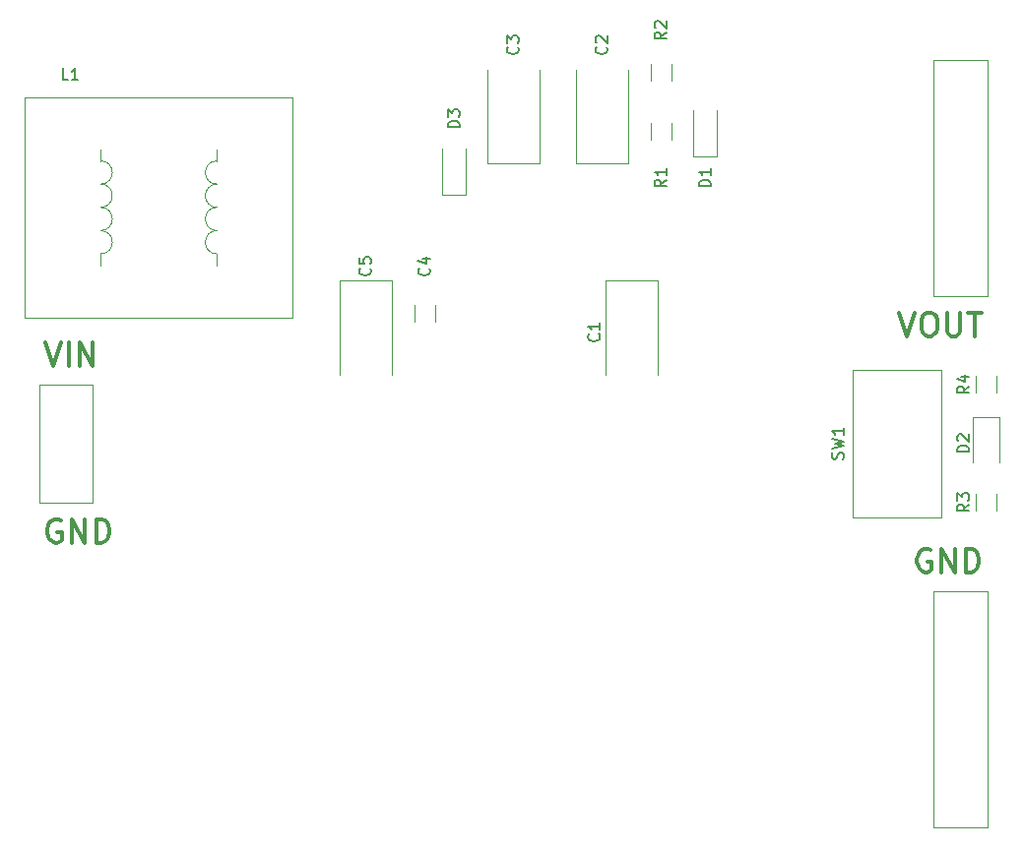
<source format=gbr>
%TF.GenerationSoftware,KiCad,Pcbnew,7.0.6*%
%TF.CreationDate,2023-07-25T16:44:31+08:00*%
%TF.ProjectId,LM350A_Liner_Power_KiCad,4c4d3335-3041-45f4-9c69-6e65725f506f,rev?*%
%TF.SameCoordinates,Original*%
%TF.FileFunction,Legend,Top*%
%TF.FilePolarity,Positive*%
%FSLAX46Y46*%
G04 Gerber Fmt 4.6, Leading zero omitted, Abs format (unit mm)*
G04 Created by KiCad (PCBNEW 7.0.6) date 2023-07-25 16:44:31*
%MOMM*%
%LPD*%
G01*
G04 APERTURE LIST*
%ADD10C,0.300000*%
%ADD11C,0.150000*%
%ADD12C,0.120000*%
G04 APERTURE END LIST*
D10*
X185604536Y-90349638D02*
X186271202Y-92349638D01*
X186271202Y-92349638D02*
X186937869Y-90349638D01*
X187985488Y-90349638D02*
X188366441Y-90349638D01*
X188366441Y-90349638D02*
X188556917Y-90444876D01*
X188556917Y-90444876D02*
X188747393Y-90635352D01*
X188747393Y-90635352D02*
X188842631Y-91016304D01*
X188842631Y-91016304D02*
X188842631Y-91682971D01*
X188842631Y-91682971D02*
X188747393Y-92063923D01*
X188747393Y-92063923D02*
X188556917Y-92254400D01*
X188556917Y-92254400D02*
X188366441Y-92349638D01*
X188366441Y-92349638D02*
X187985488Y-92349638D01*
X187985488Y-92349638D02*
X187795012Y-92254400D01*
X187795012Y-92254400D02*
X187604536Y-92063923D01*
X187604536Y-92063923D02*
X187509298Y-91682971D01*
X187509298Y-91682971D02*
X187509298Y-91016304D01*
X187509298Y-91016304D02*
X187604536Y-90635352D01*
X187604536Y-90635352D02*
X187795012Y-90444876D01*
X187795012Y-90444876D02*
X187985488Y-90349638D01*
X189699774Y-90349638D02*
X189699774Y-91968685D01*
X189699774Y-91968685D02*
X189795012Y-92159161D01*
X189795012Y-92159161D02*
X189890250Y-92254400D01*
X189890250Y-92254400D02*
X190080726Y-92349638D01*
X190080726Y-92349638D02*
X190461679Y-92349638D01*
X190461679Y-92349638D02*
X190652155Y-92254400D01*
X190652155Y-92254400D02*
X190747393Y-92159161D01*
X190747393Y-92159161D02*
X190842631Y-91968685D01*
X190842631Y-91968685D02*
X190842631Y-90349638D01*
X191509298Y-90349638D02*
X192652155Y-90349638D01*
X192080726Y-92349638D02*
X192080726Y-90349638D01*
X188271203Y-110764876D02*
X188080727Y-110669638D01*
X188080727Y-110669638D02*
X187795013Y-110669638D01*
X187795013Y-110669638D02*
X187509298Y-110764876D01*
X187509298Y-110764876D02*
X187318822Y-110955352D01*
X187318822Y-110955352D02*
X187223584Y-111145828D01*
X187223584Y-111145828D02*
X187128346Y-111526780D01*
X187128346Y-111526780D02*
X187128346Y-111812495D01*
X187128346Y-111812495D02*
X187223584Y-112193447D01*
X187223584Y-112193447D02*
X187318822Y-112383923D01*
X187318822Y-112383923D02*
X187509298Y-112574400D01*
X187509298Y-112574400D02*
X187795013Y-112669638D01*
X187795013Y-112669638D02*
X187985489Y-112669638D01*
X187985489Y-112669638D02*
X188271203Y-112574400D01*
X188271203Y-112574400D02*
X188366441Y-112479161D01*
X188366441Y-112479161D02*
X188366441Y-111812495D01*
X188366441Y-111812495D02*
X187985489Y-111812495D01*
X189223584Y-112669638D02*
X189223584Y-110669638D01*
X189223584Y-110669638D02*
X190366441Y-112669638D01*
X190366441Y-112669638D02*
X190366441Y-110669638D01*
X191318822Y-112669638D02*
X191318822Y-110669638D01*
X191318822Y-110669638D02*
X191795012Y-110669638D01*
X191795012Y-110669638D02*
X192080727Y-110764876D01*
X192080727Y-110764876D02*
X192271203Y-110955352D01*
X192271203Y-110955352D02*
X192366441Y-111145828D01*
X192366441Y-111145828D02*
X192461679Y-111526780D01*
X192461679Y-111526780D02*
X192461679Y-111812495D01*
X192461679Y-111812495D02*
X192366441Y-112193447D01*
X192366441Y-112193447D02*
X192271203Y-112383923D01*
X192271203Y-112383923D02*
X192080727Y-112574400D01*
X192080727Y-112574400D02*
X191795012Y-112669638D01*
X191795012Y-112669638D02*
X191318822Y-112669638D01*
X113481177Y-108224876D02*
X113290701Y-108129638D01*
X113290701Y-108129638D02*
X113004987Y-108129638D01*
X113004987Y-108129638D02*
X112719272Y-108224876D01*
X112719272Y-108224876D02*
X112528796Y-108415352D01*
X112528796Y-108415352D02*
X112433558Y-108605828D01*
X112433558Y-108605828D02*
X112338320Y-108986780D01*
X112338320Y-108986780D02*
X112338320Y-109272495D01*
X112338320Y-109272495D02*
X112433558Y-109653447D01*
X112433558Y-109653447D02*
X112528796Y-109843923D01*
X112528796Y-109843923D02*
X112719272Y-110034400D01*
X112719272Y-110034400D02*
X113004987Y-110129638D01*
X113004987Y-110129638D02*
X113195463Y-110129638D01*
X113195463Y-110129638D02*
X113481177Y-110034400D01*
X113481177Y-110034400D02*
X113576415Y-109939161D01*
X113576415Y-109939161D02*
X113576415Y-109272495D01*
X113576415Y-109272495D02*
X113195463Y-109272495D01*
X114433558Y-110129638D02*
X114433558Y-108129638D01*
X114433558Y-108129638D02*
X115576415Y-110129638D01*
X115576415Y-110129638D02*
X115576415Y-108129638D01*
X116528796Y-110129638D02*
X116528796Y-108129638D01*
X116528796Y-108129638D02*
X117004986Y-108129638D01*
X117004986Y-108129638D02*
X117290701Y-108224876D01*
X117290701Y-108224876D02*
X117481177Y-108415352D01*
X117481177Y-108415352D02*
X117576415Y-108605828D01*
X117576415Y-108605828D02*
X117671653Y-108986780D01*
X117671653Y-108986780D02*
X117671653Y-109272495D01*
X117671653Y-109272495D02*
X117576415Y-109653447D01*
X117576415Y-109653447D02*
X117481177Y-109843923D01*
X117481177Y-109843923D02*
X117290701Y-110034400D01*
X117290701Y-110034400D02*
X117004986Y-110129638D01*
X117004986Y-110129638D02*
X116528796Y-110129638D01*
X112147844Y-92889638D02*
X112814510Y-94889638D01*
X112814510Y-94889638D02*
X113481177Y-92889638D01*
X114147844Y-94889638D02*
X114147844Y-92889638D01*
X115100225Y-94889638D02*
X115100225Y-92889638D01*
X115100225Y-92889638D02*
X116243082Y-94889638D01*
X116243082Y-94889638D02*
X116243082Y-92889638D01*
D11*
X114133333Y-70304819D02*
X113657143Y-70304819D01*
X113657143Y-70304819D02*
X113657143Y-69304819D01*
X114990476Y-70304819D02*
X114419048Y-70304819D01*
X114704762Y-70304819D02*
X114704762Y-69304819D01*
X114704762Y-69304819D02*
X114609524Y-69447676D01*
X114609524Y-69447676D02*
X114514286Y-69542914D01*
X114514286Y-69542914D02*
X114419048Y-69590533D01*
X145139580Y-86526666D02*
X145187200Y-86574285D01*
X145187200Y-86574285D02*
X145234819Y-86717142D01*
X145234819Y-86717142D02*
X145234819Y-86812380D01*
X145234819Y-86812380D02*
X145187200Y-86955237D01*
X145187200Y-86955237D02*
X145091961Y-87050475D01*
X145091961Y-87050475D02*
X144996723Y-87098094D01*
X144996723Y-87098094D02*
X144806247Y-87145713D01*
X144806247Y-87145713D02*
X144663390Y-87145713D01*
X144663390Y-87145713D02*
X144472914Y-87098094D01*
X144472914Y-87098094D02*
X144377676Y-87050475D01*
X144377676Y-87050475D02*
X144282438Y-86955237D01*
X144282438Y-86955237D02*
X144234819Y-86812380D01*
X144234819Y-86812380D02*
X144234819Y-86717142D01*
X144234819Y-86717142D02*
X144282438Y-86574285D01*
X144282438Y-86574285D02*
X144330057Y-86526666D01*
X144568152Y-85669523D02*
X145234819Y-85669523D01*
X144187200Y-85907618D02*
X144901485Y-86145713D01*
X144901485Y-86145713D02*
X144901485Y-85526666D01*
X180747200Y-102933332D02*
X180794819Y-102790475D01*
X180794819Y-102790475D02*
X180794819Y-102552380D01*
X180794819Y-102552380D02*
X180747200Y-102457142D01*
X180747200Y-102457142D02*
X180699580Y-102409523D01*
X180699580Y-102409523D02*
X180604342Y-102361904D01*
X180604342Y-102361904D02*
X180509104Y-102361904D01*
X180509104Y-102361904D02*
X180413866Y-102409523D01*
X180413866Y-102409523D02*
X180366247Y-102457142D01*
X180366247Y-102457142D02*
X180318628Y-102552380D01*
X180318628Y-102552380D02*
X180271009Y-102742856D01*
X180271009Y-102742856D02*
X180223390Y-102838094D01*
X180223390Y-102838094D02*
X180175771Y-102885713D01*
X180175771Y-102885713D02*
X180080533Y-102933332D01*
X180080533Y-102933332D02*
X179985295Y-102933332D01*
X179985295Y-102933332D02*
X179890057Y-102885713D01*
X179890057Y-102885713D02*
X179842438Y-102838094D01*
X179842438Y-102838094D02*
X179794819Y-102742856D01*
X179794819Y-102742856D02*
X179794819Y-102504761D01*
X179794819Y-102504761D02*
X179842438Y-102361904D01*
X179794819Y-102028570D02*
X180794819Y-101790475D01*
X180794819Y-101790475D02*
X180080533Y-101599999D01*
X180080533Y-101599999D02*
X180794819Y-101409523D01*
X180794819Y-101409523D02*
X179794819Y-101171428D01*
X180794819Y-100266666D02*
X180794819Y-100838094D01*
X180794819Y-100552380D02*
X179794819Y-100552380D01*
X179794819Y-100552380D02*
X179937676Y-100647618D01*
X179937676Y-100647618D02*
X180032914Y-100742856D01*
X180032914Y-100742856D02*
X180080533Y-100838094D01*
X159744580Y-92179166D02*
X159792200Y-92226785D01*
X159792200Y-92226785D02*
X159839819Y-92369642D01*
X159839819Y-92369642D02*
X159839819Y-92464880D01*
X159839819Y-92464880D02*
X159792200Y-92607737D01*
X159792200Y-92607737D02*
X159696961Y-92702975D01*
X159696961Y-92702975D02*
X159601723Y-92750594D01*
X159601723Y-92750594D02*
X159411247Y-92798213D01*
X159411247Y-92798213D02*
X159268390Y-92798213D01*
X159268390Y-92798213D02*
X159077914Y-92750594D01*
X159077914Y-92750594D02*
X158982676Y-92702975D01*
X158982676Y-92702975D02*
X158887438Y-92607737D01*
X158887438Y-92607737D02*
X158839819Y-92464880D01*
X158839819Y-92464880D02*
X158839819Y-92369642D01*
X158839819Y-92369642D02*
X158887438Y-92226785D01*
X158887438Y-92226785D02*
X158935057Y-92179166D01*
X159839819Y-91226785D02*
X159839819Y-91798213D01*
X159839819Y-91512499D02*
X158839819Y-91512499D01*
X158839819Y-91512499D02*
X158982676Y-91607737D01*
X158982676Y-91607737D02*
X159077914Y-91702975D01*
X159077914Y-91702975D02*
X159125533Y-91798213D01*
X191589819Y-106846666D02*
X191113628Y-107179999D01*
X191589819Y-107418094D02*
X190589819Y-107418094D01*
X190589819Y-107418094D02*
X190589819Y-107037142D01*
X190589819Y-107037142D02*
X190637438Y-106941904D01*
X190637438Y-106941904D02*
X190685057Y-106894285D01*
X190685057Y-106894285D02*
X190780295Y-106846666D01*
X190780295Y-106846666D02*
X190923152Y-106846666D01*
X190923152Y-106846666D02*
X191018390Y-106894285D01*
X191018390Y-106894285D02*
X191066009Y-106941904D01*
X191066009Y-106941904D02*
X191113628Y-107037142D01*
X191113628Y-107037142D02*
X191113628Y-107418094D01*
X190589819Y-106513332D02*
X190589819Y-105894285D01*
X190589819Y-105894285D02*
X190970771Y-106227618D01*
X190970771Y-106227618D02*
X190970771Y-106084761D01*
X190970771Y-106084761D02*
X191018390Y-105989523D01*
X191018390Y-105989523D02*
X191066009Y-105941904D01*
X191066009Y-105941904D02*
X191161247Y-105894285D01*
X191161247Y-105894285D02*
X191399342Y-105894285D01*
X191399342Y-105894285D02*
X191494580Y-105941904D01*
X191494580Y-105941904D02*
X191542200Y-105989523D01*
X191542200Y-105989523D02*
X191589819Y-106084761D01*
X191589819Y-106084761D02*
X191589819Y-106370475D01*
X191589819Y-106370475D02*
X191542200Y-106465713D01*
X191542200Y-106465713D02*
X191494580Y-106513332D01*
X169364819Y-79478094D02*
X168364819Y-79478094D01*
X168364819Y-79478094D02*
X168364819Y-79239999D01*
X168364819Y-79239999D02*
X168412438Y-79097142D01*
X168412438Y-79097142D02*
X168507676Y-79001904D01*
X168507676Y-79001904D02*
X168602914Y-78954285D01*
X168602914Y-78954285D02*
X168793390Y-78906666D01*
X168793390Y-78906666D02*
X168936247Y-78906666D01*
X168936247Y-78906666D02*
X169126723Y-78954285D01*
X169126723Y-78954285D02*
X169221961Y-79001904D01*
X169221961Y-79001904D02*
X169317200Y-79097142D01*
X169317200Y-79097142D02*
X169364819Y-79239999D01*
X169364819Y-79239999D02*
X169364819Y-79478094D01*
X169364819Y-77954285D02*
X169364819Y-78525713D01*
X169364819Y-78239999D02*
X168364819Y-78239999D01*
X168364819Y-78239999D02*
X168507676Y-78335237D01*
X168507676Y-78335237D02*
X168602914Y-78430475D01*
X168602914Y-78430475D02*
X168650533Y-78525713D01*
X147774819Y-74398094D02*
X146774819Y-74398094D01*
X146774819Y-74398094D02*
X146774819Y-74159999D01*
X146774819Y-74159999D02*
X146822438Y-74017142D01*
X146822438Y-74017142D02*
X146917676Y-73921904D01*
X146917676Y-73921904D02*
X147012914Y-73874285D01*
X147012914Y-73874285D02*
X147203390Y-73826666D01*
X147203390Y-73826666D02*
X147346247Y-73826666D01*
X147346247Y-73826666D02*
X147536723Y-73874285D01*
X147536723Y-73874285D02*
X147631961Y-73921904D01*
X147631961Y-73921904D02*
X147727200Y-74017142D01*
X147727200Y-74017142D02*
X147774819Y-74159999D01*
X147774819Y-74159999D02*
X147774819Y-74398094D01*
X146774819Y-73493332D02*
X146774819Y-72874285D01*
X146774819Y-72874285D02*
X147155771Y-73207618D01*
X147155771Y-73207618D02*
X147155771Y-73064761D01*
X147155771Y-73064761D02*
X147203390Y-72969523D01*
X147203390Y-72969523D02*
X147251009Y-72921904D01*
X147251009Y-72921904D02*
X147346247Y-72874285D01*
X147346247Y-72874285D02*
X147584342Y-72874285D01*
X147584342Y-72874285D02*
X147679580Y-72921904D01*
X147679580Y-72921904D02*
X147727200Y-72969523D01*
X147727200Y-72969523D02*
X147774819Y-73064761D01*
X147774819Y-73064761D02*
X147774819Y-73350475D01*
X147774819Y-73350475D02*
X147727200Y-73445713D01*
X147727200Y-73445713D02*
X147679580Y-73493332D01*
X165554819Y-66206666D02*
X165078628Y-66539999D01*
X165554819Y-66778094D02*
X164554819Y-66778094D01*
X164554819Y-66778094D02*
X164554819Y-66397142D01*
X164554819Y-66397142D02*
X164602438Y-66301904D01*
X164602438Y-66301904D02*
X164650057Y-66254285D01*
X164650057Y-66254285D02*
X164745295Y-66206666D01*
X164745295Y-66206666D02*
X164888152Y-66206666D01*
X164888152Y-66206666D02*
X164983390Y-66254285D01*
X164983390Y-66254285D02*
X165031009Y-66301904D01*
X165031009Y-66301904D02*
X165078628Y-66397142D01*
X165078628Y-66397142D02*
X165078628Y-66778094D01*
X164650057Y-65825713D02*
X164602438Y-65778094D01*
X164602438Y-65778094D02*
X164554819Y-65682856D01*
X164554819Y-65682856D02*
X164554819Y-65444761D01*
X164554819Y-65444761D02*
X164602438Y-65349523D01*
X164602438Y-65349523D02*
X164650057Y-65301904D01*
X164650057Y-65301904D02*
X164745295Y-65254285D01*
X164745295Y-65254285D02*
X164840533Y-65254285D01*
X164840533Y-65254285D02*
X164983390Y-65301904D01*
X164983390Y-65301904D02*
X165554819Y-65873332D01*
X165554819Y-65873332D02*
X165554819Y-65254285D01*
X140059580Y-86526666D02*
X140107200Y-86574285D01*
X140107200Y-86574285D02*
X140154819Y-86717142D01*
X140154819Y-86717142D02*
X140154819Y-86812380D01*
X140154819Y-86812380D02*
X140107200Y-86955237D01*
X140107200Y-86955237D02*
X140011961Y-87050475D01*
X140011961Y-87050475D02*
X139916723Y-87098094D01*
X139916723Y-87098094D02*
X139726247Y-87145713D01*
X139726247Y-87145713D02*
X139583390Y-87145713D01*
X139583390Y-87145713D02*
X139392914Y-87098094D01*
X139392914Y-87098094D02*
X139297676Y-87050475D01*
X139297676Y-87050475D02*
X139202438Y-86955237D01*
X139202438Y-86955237D02*
X139154819Y-86812380D01*
X139154819Y-86812380D02*
X139154819Y-86717142D01*
X139154819Y-86717142D02*
X139202438Y-86574285D01*
X139202438Y-86574285D02*
X139250057Y-86526666D01*
X139154819Y-85621904D02*
X139154819Y-86098094D01*
X139154819Y-86098094D02*
X139631009Y-86145713D01*
X139631009Y-86145713D02*
X139583390Y-86098094D01*
X139583390Y-86098094D02*
X139535771Y-86002856D01*
X139535771Y-86002856D02*
X139535771Y-85764761D01*
X139535771Y-85764761D02*
X139583390Y-85669523D01*
X139583390Y-85669523D02*
X139631009Y-85621904D01*
X139631009Y-85621904D02*
X139726247Y-85574285D01*
X139726247Y-85574285D02*
X139964342Y-85574285D01*
X139964342Y-85574285D02*
X140059580Y-85621904D01*
X140059580Y-85621904D02*
X140107200Y-85669523D01*
X140107200Y-85669523D02*
X140154819Y-85764761D01*
X140154819Y-85764761D02*
X140154819Y-86002856D01*
X140154819Y-86002856D02*
X140107200Y-86098094D01*
X140107200Y-86098094D02*
X140059580Y-86145713D01*
X165554819Y-78906666D02*
X165078628Y-79239999D01*
X165554819Y-79478094D02*
X164554819Y-79478094D01*
X164554819Y-79478094D02*
X164554819Y-79097142D01*
X164554819Y-79097142D02*
X164602438Y-79001904D01*
X164602438Y-79001904D02*
X164650057Y-78954285D01*
X164650057Y-78954285D02*
X164745295Y-78906666D01*
X164745295Y-78906666D02*
X164888152Y-78906666D01*
X164888152Y-78906666D02*
X164983390Y-78954285D01*
X164983390Y-78954285D02*
X165031009Y-79001904D01*
X165031009Y-79001904D02*
X165078628Y-79097142D01*
X165078628Y-79097142D02*
X165078628Y-79478094D01*
X165554819Y-77954285D02*
X165554819Y-78525713D01*
X165554819Y-78239999D02*
X164554819Y-78239999D01*
X164554819Y-78239999D02*
X164697676Y-78335237D01*
X164697676Y-78335237D02*
X164792914Y-78430475D01*
X164792914Y-78430475D02*
X164840533Y-78525713D01*
X191589819Y-102338094D02*
X190589819Y-102338094D01*
X190589819Y-102338094D02*
X190589819Y-102099999D01*
X190589819Y-102099999D02*
X190637438Y-101957142D01*
X190637438Y-101957142D02*
X190732676Y-101861904D01*
X190732676Y-101861904D02*
X190827914Y-101814285D01*
X190827914Y-101814285D02*
X191018390Y-101766666D01*
X191018390Y-101766666D02*
X191161247Y-101766666D01*
X191161247Y-101766666D02*
X191351723Y-101814285D01*
X191351723Y-101814285D02*
X191446961Y-101861904D01*
X191446961Y-101861904D02*
X191542200Y-101957142D01*
X191542200Y-101957142D02*
X191589819Y-102099999D01*
X191589819Y-102099999D02*
X191589819Y-102338094D01*
X190685057Y-101385713D02*
X190637438Y-101338094D01*
X190637438Y-101338094D02*
X190589819Y-101242856D01*
X190589819Y-101242856D02*
X190589819Y-101004761D01*
X190589819Y-101004761D02*
X190637438Y-100909523D01*
X190637438Y-100909523D02*
X190685057Y-100861904D01*
X190685057Y-100861904D02*
X190780295Y-100814285D01*
X190780295Y-100814285D02*
X190875533Y-100814285D01*
X190875533Y-100814285D02*
X191018390Y-100861904D01*
X191018390Y-100861904D02*
X191589819Y-101433332D01*
X191589819Y-101433332D02*
X191589819Y-100814285D01*
X191589819Y-96686666D02*
X191113628Y-97019999D01*
X191589819Y-97258094D02*
X190589819Y-97258094D01*
X190589819Y-97258094D02*
X190589819Y-96877142D01*
X190589819Y-96877142D02*
X190637438Y-96781904D01*
X190637438Y-96781904D02*
X190685057Y-96734285D01*
X190685057Y-96734285D02*
X190780295Y-96686666D01*
X190780295Y-96686666D02*
X190923152Y-96686666D01*
X190923152Y-96686666D02*
X191018390Y-96734285D01*
X191018390Y-96734285D02*
X191066009Y-96781904D01*
X191066009Y-96781904D02*
X191113628Y-96877142D01*
X191113628Y-96877142D02*
X191113628Y-97258094D01*
X190923152Y-95829523D02*
X191589819Y-95829523D01*
X190542200Y-96067618D02*
X191256485Y-96305713D01*
X191256485Y-96305713D02*
X191256485Y-95686666D01*
X152759580Y-67476666D02*
X152807200Y-67524285D01*
X152807200Y-67524285D02*
X152854819Y-67667142D01*
X152854819Y-67667142D02*
X152854819Y-67762380D01*
X152854819Y-67762380D02*
X152807200Y-67905237D01*
X152807200Y-67905237D02*
X152711961Y-68000475D01*
X152711961Y-68000475D02*
X152616723Y-68048094D01*
X152616723Y-68048094D02*
X152426247Y-68095713D01*
X152426247Y-68095713D02*
X152283390Y-68095713D01*
X152283390Y-68095713D02*
X152092914Y-68048094D01*
X152092914Y-68048094D02*
X151997676Y-68000475D01*
X151997676Y-68000475D02*
X151902438Y-67905237D01*
X151902438Y-67905237D02*
X151854819Y-67762380D01*
X151854819Y-67762380D02*
X151854819Y-67667142D01*
X151854819Y-67667142D02*
X151902438Y-67524285D01*
X151902438Y-67524285D02*
X151950057Y-67476666D01*
X151854819Y-67143332D02*
X151854819Y-66524285D01*
X151854819Y-66524285D02*
X152235771Y-66857618D01*
X152235771Y-66857618D02*
X152235771Y-66714761D01*
X152235771Y-66714761D02*
X152283390Y-66619523D01*
X152283390Y-66619523D02*
X152331009Y-66571904D01*
X152331009Y-66571904D02*
X152426247Y-66524285D01*
X152426247Y-66524285D02*
X152664342Y-66524285D01*
X152664342Y-66524285D02*
X152759580Y-66571904D01*
X152759580Y-66571904D02*
X152807200Y-66619523D01*
X152807200Y-66619523D02*
X152854819Y-66714761D01*
X152854819Y-66714761D02*
X152854819Y-67000475D01*
X152854819Y-67000475D02*
X152807200Y-67095713D01*
X152807200Y-67095713D02*
X152759580Y-67143332D01*
X160379580Y-67476666D02*
X160427200Y-67524285D01*
X160427200Y-67524285D02*
X160474819Y-67667142D01*
X160474819Y-67667142D02*
X160474819Y-67762380D01*
X160474819Y-67762380D02*
X160427200Y-67905237D01*
X160427200Y-67905237D02*
X160331961Y-68000475D01*
X160331961Y-68000475D02*
X160236723Y-68048094D01*
X160236723Y-68048094D02*
X160046247Y-68095713D01*
X160046247Y-68095713D02*
X159903390Y-68095713D01*
X159903390Y-68095713D02*
X159712914Y-68048094D01*
X159712914Y-68048094D02*
X159617676Y-68000475D01*
X159617676Y-68000475D02*
X159522438Y-67905237D01*
X159522438Y-67905237D02*
X159474819Y-67762380D01*
X159474819Y-67762380D02*
X159474819Y-67667142D01*
X159474819Y-67667142D02*
X159522438Y-67524285D01*
X159522438Y-67524285D02*
X159570057Y-67476666D01*
X159570057Y-67095713D02*
X159522438Y-67048094D01*
X159522438Y-67048094D02*
X159474819Y-66952856D01*
X159474819Y-66952856D02*
X159474819Y-66714761D01*
X159474819Y-66714761D02*
X159522438Y-66619523D01*
X159522438Y-66619523D02*
X159570057Y-66571904D01*
X159570057Y-66571904D02*
X159665295Y-66524285D01*
X159665295Y-66524285D02*
X159760533Y-66524285D01*
X159760533Y-66524285D02*
X159903390Y-66571904D01*
X159903390Y-66571904D02*
X160474819Y-67143332D01*
X160474819Y-67143332D02*
X160474819Y-66524285D01*
D12*
%TO.C,J3*%
X116235000Y-96520000D02*
X111655000Y-96520000D01*
X111655000Y-96520000D02*
X111655000Y-106680000D01*
X111655000Y-106680000D02*
X116235000Y-106680000D01*
X116235000Y-106680000D02*
X116235000Y-96520000D01*
%TO.C,J2*%
X188565000Y-134620000D02*
X193145000Y-134620000D01*
X193145000Y-134620000D02*
X193145000Y-114300000D01*
X193145000Y-114300000D02*
X188565000Y-114300000D01*
X188565000Y-114300000D02*
X188565000Y-134620000D01*
%TO.C,L1*%
X116920000Y-77280000D02*
X116920000Y-76280000D01*
X116920000Y-85280000D02*
X116920000Y-86280000D01*
X126920000Y-77280000D02*
X126920000Y-76280000D01*
X126920000Y-85280000D02*
X126920000Y-86280000D01*
X110420000Y-71780000D02*
X133420000Y-71780000D01*
X133420000Y-71780000D02*
X133420000Y-90780000D01*
X133420000Y-90780000D02*
X110420000Y-90780000D01*
X110420000Y-90780000D02*
X110420000Y-71780000D01*
X116920000Y-79280000D02*
G75*
G03*
X116920000Y-77280000I0J1000000D01*
G01*
X116920000Y-81280000D02*
G75*
G03*
X116920000Y-79280000I0J1000000D01*
G01*
X116920000Y-83280000D02*
G75*
G03*
X116920000Y-81280000I0J1000000D01*
G01*
X116920000Y-85280000D02*
G75*
G03*
X116920000Y-83280000I0J1000000D01*
G01*
X126920000Y-77280000D02*
G75*
G03*
X126920000Y-79280000I0J-1000000D01*
G01*
X126920000Y-79280000D02*
G75*
G03*
X126920000Y-81280000I0J-1000000D01*
G01*
X126920000Y-81280000D02*
G75*
G03*
X126920000Y-83280000I0J-1000000D01*
G01*
X126920000Y-83280000D02*
G75*
G03*
X126920000Y-85280000I0J-1000000D01*
G01*
%TO.C,C4*%
X145690000Y-89663748D02*
X145690000Y-91086252D01*
X143870000Y-89663748D02*
X143870000Y-91086252D01*
%TO.C,SW1*%
X181610000Y-107950000D02*
X189230000Y-107950000D01*
X189230000Y-107950000D02*
X189230000Y-95250000D01*
X189230000Y-95250000D02*
X181610000Y-95250000D01*
X181610000Y-95250000D02*
X181610000Y-107950000D01*
%TO.C,C1*%
X164820000Y-87602500D02*
X160300000Y-87602500D01*
X160300000Y-87602500D02*
X160300000Y-95662500D01*
X164820000Y-95662500D02*
X164820000Y-87602500D01*
%TO.C,R3*%
X193950000Y-105952936D02*
X193950000Y-107407064D01*
X192130000Y-105952936D02*
X192130000Y-107407064D01*
%TO.C,D1*%
X167910000Y-76910000D02*
X169910000Y-76910000D01*
X167910000Y-76910000D02*
X167910000Y-72900000D01*
X169910000Y-76910000D02*
X169910000Y-72900000D01*
%TO.C,D3*%
X146320000Y-80210000D02*
X148320000Y-80210000D01*
X146320000Y-80210000D02*
X146320000Y-76200000D01*
X148320000Y-80210000D02*
X148320000Y-76200000D01*
%TO.C,R2*%
X164190000Y-70384564D02*
X164190000Y-68930436D01*
X166010000Y-70384564D02*
X166010000Y-68930436D01*
%TO.C,C5*%
X141960000Y-87602500D02*
X137440000Y-87602500D01*
X137440000Y-87602500D02*
X137440000Y-95662500D01*
X141960000Y-95662500D02*
X141960000Y-87602500D01*
%TO.C,R1*%
X164190000Y-75464564D02*
X164190000Y-74010436D01*
X166010000Y-75464564D02*
X166010000Y-74010436D01*
%TO.C,J1*%
X188565000Y-88900000D02*
X193145000Y-88900000D01*
X193145000Y-88900000D02*
X193145000Y-68580000D01*
X193145000Y-68580000D02*
X188565000Y-68580000D01*
X188565000Y-68580000D02*
X188565000Y-88900000D01*
%TO.C,D2*%
X194175000Y-99315000D02*
X191905000Y-99315000D01*
X191905000Y-99315000D02*
X191905000Y-103200000D01*
X194175000Y-103200000D02*
X194175000Y-99315000D01*
%TO.C,R4*%
X192130000Y-97247064D02*
X192130000Y-95792936D01*
X193950000Y-97247064D02*
X193950000Y-95792936D01*
%TO.C,C3*%
X150140000Y-77497500D02*
X154660000Y-77497500D01*
X154660000Y-77497500D02*
X154660000Y-69437500D01*
X150140000Y-69437500D02*
X150140000Y-77497500D01*
%TO.C,C2*%
X157760000Y-77497500D02*
X162280000Y-77497500D01*
X162280000Y-77497500D02*
X162280000Y-69437500D01*
X157760000Y-69437500D02*
X157760000Y-77497500D01*
%TD*%
M02*

</source>
